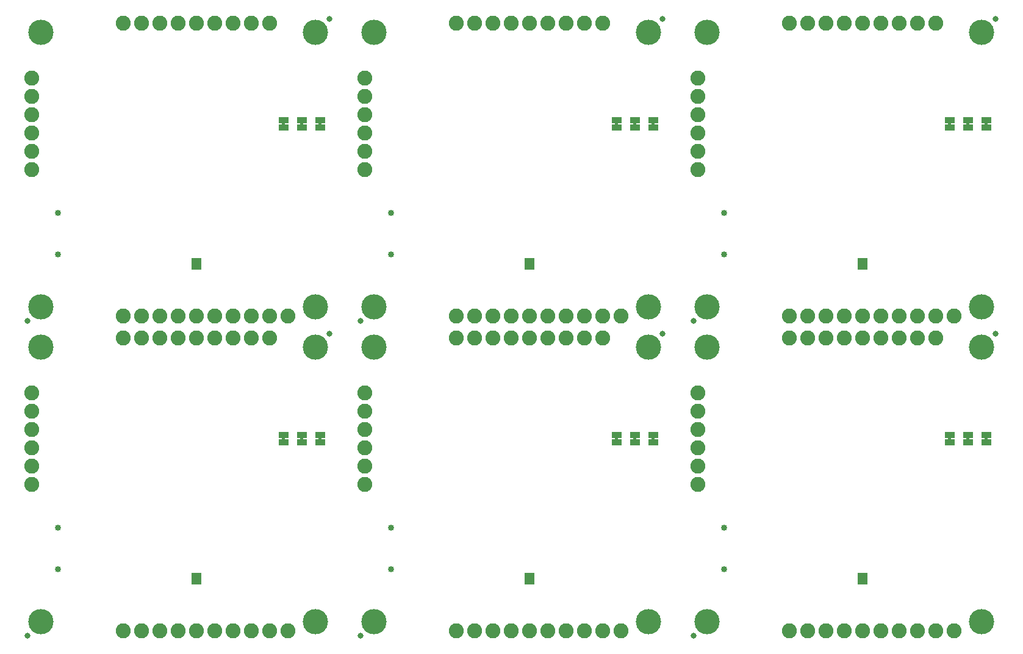
<source format=gbs>
G75*
%MOIN*%
%OFA0B0*%
%FSLAX25Y25*%
%IPPOS*%
%LPD*%
%AMOC8*
5,1,8,0,0,1.08239X$1,22.5*
%
%ADD10C,0.13800*%
%ADD11C,0.08200*%
%ADD12R,0.05800X0.03300*%
%ADD13C,0.00500*%
%ADD14C,0.03300*%
%ADD15C,0.03359*%
D10*
X0053342Y0038500D03*
X0203342Y0038500D03*
X0235342Y0038500D03*
X0385342Y0038500D03*
X0417342Y0038500D03*
X0567342Y0038500D03*
X0567342Y0188500D03*
X0567342Y0210500D03*
X0417342Y0210500D03*
X0385342Y0210500D03*
X0385342Y0188500D03*
X0417342Y0188500D03*
X0235342Y0188500D03*
X0203342Y0188500D03*
X0203342Y0210500D03*
X0235342Y0210500D03*
X0053342Y0210500D03*
X0053342Y0188500D03*
X0053342Y0360500D03*
X0203342Y0360500D03*
X0235342Y0360500D03*
X0385342Y0360500D03*
X0417342Y0360500D03*
X0567342Y0360500D03*
D11*
X0542342Y0365500D03*
X0532342Y0365500D03*
X0522342Y0365500D03*
X0512342Y0365500D03*
X0502342Y0365500D03*
X0492342Y0365500D03*
X0482342Y0365500D03*
X0472342Y0365500D03*
X0462342Y0365500D03*
X0412342Y0335500D03*
X0412342Y0325500D03*
X0412342Y0315500D03*
X0412342Y0305500D03*
X0412342Y0295500D03*
X0412342Y0285500D03*
X0370342Y0205500D03*
X0360342Y0205500D03*
X0350342Y0205500D03*
X0340342Y0205500D03*
X0330342Y0205500D03*
X0320342Y0205500D03*
X0310342Y0205500D03*
X0300342Y0205500D03*
X0290342Y0205500D03*
X0280342Y0205500D03*
X0280342Y0193500D03*
X0290342Y0193500D03*
X0300342Y0193500D03*
X0310342Y0193500D03*
X0320342Y0193500D03*
X0330342Y0193500D03*
X0340342Y0193500D03*
X0350342Y0193500D03*
X0360342Y0193500D03*
X0412342Y0163500D03*
X0412342Y0153500D03*
X0412342Y0143500D03*
X0412342Y0133500D03*
X0412342Y0123500D03*
X0412342Y0113500D03*
X0462342Y0193500D03*
X0472342Y0193500D03*
X0482342Y0193500D03*
X0492342Y0193500D03*
X0502342Y0193500D03*
X0512342Y0193500D03*
X0522342Y0193500D03*
X0532342Y0193500D03*
X0542342Y0193500D03*
X0542342Y0205500D03*
X0552342Y0205500D03*
X0532342Y0205500D03*
X0522342Y0205500D03*
X0512342Y0205500D03*
X0502342Y0205500D03*
X0492342Y0205500D03*
X0482342Y0205500D03*
X0472342Y0205500D03*
X0462342Y0205500D03*
X0230342Y0163500D03*
X0230342Y0153500D03*
X0230342Y0143500D03*
X0230342Y0133500D03*
X0230342Y0123500D03*
X0230342Y0113500D03*
X0178342Y0193500D03*
X0168342Y0193500D03*
X0158342Y0193500D03*
X0148342Y0193500D03*
X0138342Y0193500D03*
X0128342Y0193500D03*
X0118342Y0193500D03*
X0108342Y0193500D03*
X0098342Y0193500D03*
X0098342Y0205500D03*
X0108342Y0205500D03*
X0118342Y0205500D03*
X0128342Y0205500D03*
X0138342Y0205500D03*
X0148342Y0205500D03*
X0158342Y0205500D03*
X0168342Y0205500D03*
X0178342Y0205500D03*
X0188342Y0205500D03*
X0230342Y0285500D03*
X0230342Y0295500D03*
X0230342Y0305500D03*
X0230342Y0315500D03*
X0230342Y0325500D03*
X0230342Y0335500D03*
X0280342Y0365500D03*
X0290342Y0365500D03*
X0300342Y0365500D03*
X0310342Y0365500D03*
X0320342Y0365500D03*
X0330342Y0365500D03*
X0340342Y0365500D03*
X0350342Y0365500D03*
X0360342Y0365500D03*
X0178342Y0365500D03*
X0168342Y0365500D03*
X0158342Y0365500D03*
X0148342Y0365500D03*
X0138342Y0365500D03*
X0128342Y0365500D03*
X0118342Y0365500D03*
X0108342Y0365500D03*
X0098342Y0365500D03*
X0048342Y0335500D03*
X0048342Y0325500D03*
X0048342Y0315500D03*
X0048342Y0305500D03*
X0048342Y0295500D03*
X0048342Y0285500D03*
X0048342Y0163500D03*
X0048342Y0153500D03*
X0048342Y0143500D03*
X0048342Y0133500D03*
X0048342Y0123500D03*
X0048342Y0113500D03*
X0098342Y0033500D03*
X0108342Y0033500D03*
X0118342Y0033500D03*
X0128342Y0033500D03*
X0138342Y0033500D03*
X0148342Y0033500D03*
X0158342Y0033500D03*
X0168342Y0033500D03*
X0178342Y0033500D03*
X0188342Y0033500D03*
X0280342Y0033500D03*
X0290342Y0033500D03*
X0300342Y0033500D03*
X0310342Y0033500D03*
X0320342Y0033500D03*
X0330342Y0033500D03*
X0340342Y0033500D03*
X0350342Y0033500D03*
X0360342Y0033500D03*
X0370342Y0033500D03*
X0462342Y0033500D03*
X0472342Y0033500D03*
X0482342Y0033500D03*
X0492342Y0033500D03*
X0502342Y0033500D03*
X0512342Y0033500D03*
X0522342Y0033500D03*
X0532342Y0033500D03*
X0542342Y0033500D03*
X0552342Y0033500D03*
D12*
X0502342Y0060400D03*
X0502342Y0063600D03*
X0549842Y0136500D03*
X0549842Y0140500D03*
X0559842Y0140500D03*
X0559842Y0136500D03*
X0569842Y0136500D03*
X0569842Y0140500D03*
X0502342Y0232400D03*
X0502342Y0235600D03*
X0549842Y0308500D03*
X0549842Y0312500D03*
X0559842Y0312500D03*
X0559842Y0308500D03*
X0569842Y0308500D03*
X0569842Y0312500D03*
X0387842Y0312500D03*
X0387842Y0308500D03*
X0377842Y0308500D03*
X0377842Y0312500D03*
X0367842Y0312500D03*
X0367842Y0308500D03*
X0320342Y0235600D03*
X0320342Y0232400D03*
X0205842Y0308500D03*
X0205842Y0312500D03*
X0195842Y0312500D03*
X0195842Y0308500D03*
X0185842Y0308500D03*
X0185842Y0312500D03*
X0138342Y0235600D03*
X0138342Y0232400D03*
X0185842Y0140500D03*
X0185842Y0136500D03*
X0195842Y0136500D03*
X0195842Y0140500D03*
X0205842Y0140500D03*
X0205842Y0136500D03*
X0138342Y0063600D03*
X0138342Y0060400D03*
X0320342Y0060400D03*
X0320342Y0063600D03*
X0367842Y0136500D03*
X0367842Y0140500D03*
X0377842Y0140500D03*
X0377842Y0136500D03*
X0387842Y0136500D03*
X0387842Y0140500D03*
D13*
X0388342Y0139250D02*
X0387342Y0139250D01*
X0387342Y0137750D01*
X0388342Y0137750D01*
X0388342Y0139250D01*
X0388342Y0139170D02*
X0387342Y0139170D01*
X0387342Y0138671D02*
X0388342Y0138671D01*
X0388342Y0138172D02*
X0387342Y0138172D01*
X0378342Y0138172D02*
X0377342Y0138172D01*
X0377342Y0137750D02*
X0378342Y0137750D01*
X0378342Y0139250D01*
X0377342Y0139250D01*
X0377342Y0137750D01*
X0377342Y0138671D02*
X0378342Y0138671D01*
X0378342Y0139170D02*
X0377342Y0139170D01*
X0368342Y0139170D02*
X0367342Y0139170D01*
X0367342Y0139250D02*
X0368342Y0139250D01*
X0368342Y0137750D01*
X0367342Y0137750D01*
X0367342Y0139250D01*
X0367342Y0138671D02*
X0368342Y0138671D01*
X0368342Y0138172D02*
X0367342Y0138172D01*
X0206342Y0138172D02*
X0205342Y0138172D01*
X0205342Y0137750D02*
X0206342Y0137750D01*
X0206342Y0139250D01*
X0205342Y0139250D01*
X0205342Y0137750D01*
X0205342Y0138671D02*
X0206342Y0138671D01*
X0206342Y0139170D02*
X0205342Y0139170D01*
X0196342Y0139170D02*
X0195342Y0139170D01*
X0195342Y0139250D02*
X0196342Y0139250D01*
X0196342Y0137750D01*
X0195342Y0137750D01*
X0195342Y0139250D01*
X0195342Y0138671D02*
X0196342Y0138671D01*
X0196342Y0138172D02*
X0195342Y0138172D01*
X0186342Y0138172D02*
X0185342Y0138172D01*
X0185342Y0137750D02*
X0186342Y0137750D01*
X0186342Y0139250D01*
X0185342Y0139250D01*
X0185342Y0137750D01*
X0185342Y0138671D02*
X0186342Y0138671D01*
X0186342Y0139170D02*
X0185342Y0139170D01*
X0185342Y0309750D02*
X0186342Y0309750D01*
X0186342Y0311250D01*
X0185342Y0311250D01*
X0185342Y0309750D01*
X0185342Y0310159D02*
X0186342Y0310159D01*
X0186342Y0310657D02*
X0185342Y0310657D01*
X0185342Y0311156D02*
X0186342Y0311156D01*
X0195342Y0311156D02*
X0196342Y0311156D01*
X0196342Y0311250D02*
X0195342Y0311250D01*
X0195342Y0309750D01*
X0196342Y0309750D01*
X0196342Y0311250D01*
X0196342Y0310657D02*
X0195342Y0310657D01*
X0195342Y0310159D02*
X0196342Y0310159D01*
X0205342Y0310159D02*
X0206342Y0310159D01*
X0206342Y0309750D02*
X0206342Y0311250D01*
X0205342Y0311250D01*
X0205342Y0309750D01*
X0206342Y0309750D01*
X0206342Y0310657D02*
X0205342Y0310657D01*
X0205342Y0311156D02*
X0206342Y0311156D01*
X0367342Y0311156D02*
X0368342Y0311156D01*
X0368342Y0311250D02*
X0367342Y0311250D01*
X0367342Y0309750D01*
X0368342Y0309750D01*
X0368342Y0311250D01*
X0368342Y0310657D02*
X0367342Y0310657D01*
X0367342Y0310159D02*
X0368342Y0310159D01*
X0377342Y0310159D02*
X0378342Y0310159D01*
X0378342Y0309750D02*
X0378342Y0311250D01*
X0377342Y0311250D01*
X0377342Y0309750D01*
X0378342Y0309750D01*
X0378342Y0310657D02*
X0377342Y0310657D01*
X0377342Y0311156D02*
X0378342Y0311156D01*
X0387342Y0311156D02*
X0388342Y0311156D01*
X0388342Y0311250D02*
X0387342Y0311250D01*
X0387342Y0309750D01*
X0388342Y0309750D01*
X0388342Y0311250D01*
X0388342Y0310657D02*
X0387342Y0310657D01*
X0387342Y0310159D02*
X0388342Y0310159D01*
X0549342Y0310159D02*
X0550342Y0310159D01*
X0550342Y0309750D02*
X0550342Y0311250D01*
X0549342Y0311250D01*
X0549342Y0309750D01*
X0550342Y0309750D01*
X0550342Y0310657D02*
X0549342Y0310657D01*
X0549342Y0311156D02*
X0550342Y0311156D01*
X0559342Y0311156D02*
X0560342Y0311156D01*
X0560342Y0311250D02*
X0559342Y0311250D01*
X0559342Y0309750D01*
X0560342Y0309750D01*
X0560342Y0311250D01*
X0560342Y0310657D02*
X0559342Y0310657D01*
X0559342Y0310159D02*
X0560342Y0310159D01*
X0569342Y0310159D02*
X0570342Y0310159D01*
X0570342Y0309750D02*
X0570342Y0311250D01*
X0569342Y0311250D01*
X0569342Y0309750D01*
X0570342Y0309750D01*
X0570342Y0310657D02*
X0569342Y0310657D01*
X0569342Y0311156D02*
X0570342Y0311156D01*
X0570342Y0139250D02*
X0569342Y0139250D01*
X0569342Y0137750D01*
X0570342Y0137750D01*
X0570342Y0139250D01*
X0570342Y0139170D02*
X0569342Y0139170D01*
X0569342Y0138671D02*
X0570342Y0138671D01*
X0570342Y0138172D02*
X0569342Y0138172D01*
X0560342Y0138172D02*
X0559342Y0138172D01*
X0559342Y0137750D02*
X0560342Y0137750D01*
X0560342Y0139250D01*
X0559342Y0139250D01*
X0559342Y0137750D01*
X0559342Y0138671D02*
X0560342Y0138671D01*
X0560342Y0139170D02*
X0559342Y0139170D01*
X0550342Y0139170D02*
X0549342Y0139170D01*
X0549342Y0139250D02*
X0550342Y0139250D01*
X0550342Y0137750D01*
X0549342Y0137750D01*
X0549342Y0139250D01*
X0549342Y0138671D02*
X0550342Y0138671D01*
X0550342Y0138172D02*
X0549342Y0138172D01*
D14*
X0045842Y0031000D03*
X0227842Y0031000D03*
X0409842Y0031000D03*
X0392842Y0196000D03*
X0409842Y0203000D03*
X0574842Y0196000D03*
X0574842Y0368000D03*
X0392842Y0368000D03*
X0210842Y0368000D03*
X0227842Y0203000D03*
X0210842Y0196000D03*
X0045842Y0203000D03*
D15*
X0062653Y0239122D03*
X0062653Y0261878D03*
X0244653Y0261878D03*
X0244653Y0239122D03*
X0426653Y0239122D03*
X0426653Y0261878D03*
X0426653Y0089878D03*
X0426653Y0067122D03*
X0244653Y0067122D03*
X0244653Y0089878D03*
X0062653Y0089878D03*
X0062653Y0067122D03*
M02*

</source>
